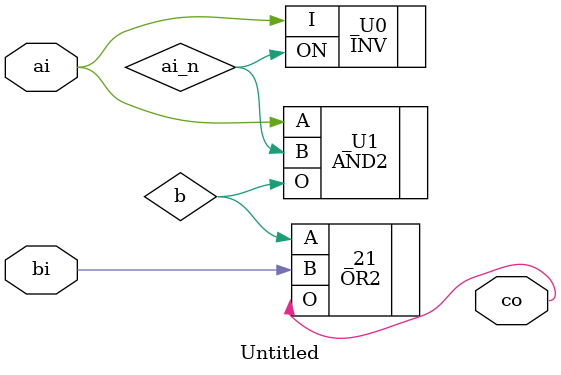
<source format=v>

module Untitled (ai, bi, co);
    input ai, bi;
    output co;

    // This inverter should have a short delay
    INV _U0 (.ON(ai_n), .I(ai));

    AND2 _U1 (.O(b), .A(ai), .B(ai_n));

    OR2 _21 (.O(co), .A(b), .B(bi));

    // signal values at the initial state:
    // !ai ai_n !bi !co !b
endmodule

</source>
